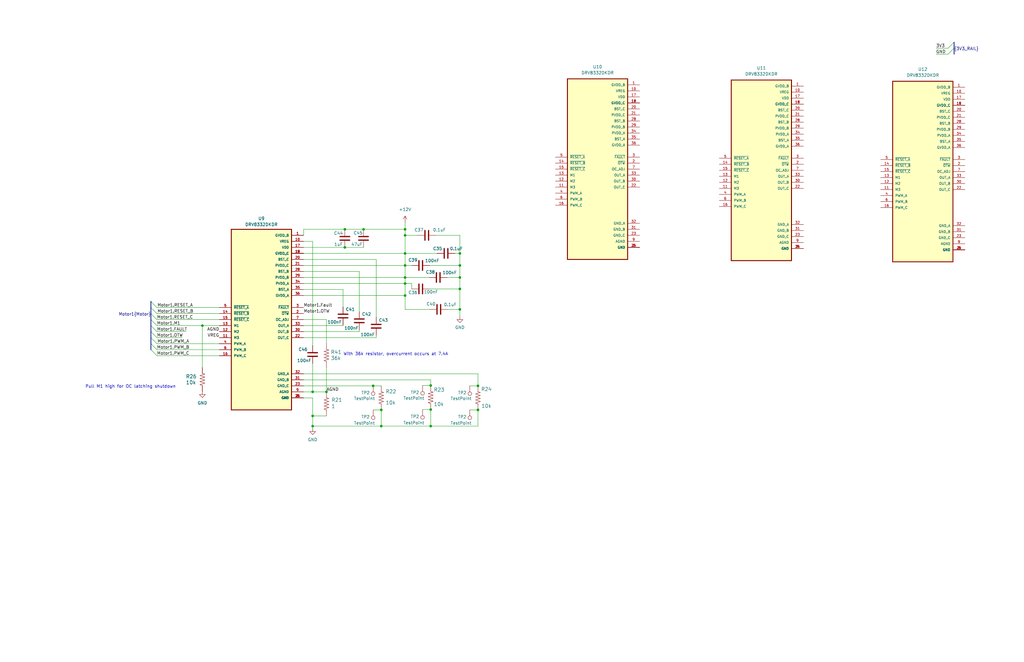
<source format=kicad_sch>
(kicad_sch (version 20230121) (generator eeschema)
  (paper "USLedger")
  (lib_symbols
    (symbol "Connector:TestPoint" (pin_numbers hide) (pin_names (offset 0.762) hide)
      (property "Reference" "TP" (at 0 6.858 0))
      (property "Value" "TestPoint" (at 0 5.08 0))
      (symbol "TestPoint_0_1"
        (circle (center 0 3.302) (radius 0.762))
      )
      (symbol "TestPoint_1_1"
        (pin passive line (at 0 0 90) (length 2.54) (name "1") (number "1"))
      )
    )
    (symbol "Device:C" (pin_numbers hide) (pin_names (offset 0.254))
      (property "Reference" "C" (at 0.635 2.54 0))
      (property "Value" "C" (at 0.635 -2.54 0))
      (symbol "C_0_1"
        (polyline (pts (xy -2.032 -0.762) (xy 2.032 -0.762)) (stroke (width 0.508)))
        (polyline (pts (xy -2.032 0.762) (xy 2.032 0.762)) (stroke (width 0.508)))
      )
      (symbol "C_1_1"
        (pin passive line (at 0 3.81 270) (length 2.794) (name "~") (number "1"))
        (pin passive line (at 0 -3.81 90) (length 2.794) (name "~") (number "2"))
      )
    )
    (symbol "adcs:DRV8332DKDR" (pin_names (offset 1.016))
      (property "Reference" "U" (at -12.7 39.1 0))
      (property "Value" "DRV8332DKDR" (at -12.7 -42.1 0))
      (symbol "DRV8332DKDR_0_0"
        (rectangle (start -12.7 -38.1) (end 12.7 38.1) (stroke (width 0.41)) (fill (type background)))
        (pin power_in line (at 17.78 35.56 180) (length 5.08) (name "GVDD_B") (number "1"))
        (pin power_in line (at 17.78 33.02 180) (length 5.08) (name "VREG") (number "10"))
        (pin input line (at -17.78 -7.62 0) (length 5.08) (name "M3") (number "11"))
        (pin input line (at -17.78 -5.08 0) (length 5.08) (name "M2") (number "12"))
        (pin input line (at -17.78 -2.54 0) (length 5.08) (name "M1") (number "13"))
        (pin input line (at -17.78 2.54 0) (length 5.08) (name "~{RESET_B}") (number "14"))
        (pin input line (at -17.78 0 0) (length 5.08) (name "~{RESET_C}") (number "15"))
        (pin input line (at -17.78 -15.24 0) (length 5.08) (name "PWM_C") (number "16"))
        (pin power_in line (at 17.78 30.48 180) (length 5.08) (name "VDD") (number "17"))
        (pin power_in line (at 17.78 27.94 180) (length 5.08) (name "GVDD_C") (number "18"))
        (pin power_in line (at 17.78 27.94 180) (length 5.08) (name "GVDD_C") (number "19"))
        (pin output line (at 17.78 2.54 180) (length 5.08) (name "~{OTW}") (number "2"))
        (pin power_in line (at 17.78 25.4 180) (length 5.08) (name "BST_C") (number "20"))
        (pin power_in line (at 17.78 22.86 180) (length 5.08) (name "PVDD_C") (number "21"))
        (pin output line (at 17.78 -7.62 180) (length 5.08) (name "OUT_C") (number "22"))
        (pin power_in line (at 17.78 -27.94 180) (length 5.08) (name "GND_C") (number "23"))
        (pin power_in line (at 17.78 -33.02 180) (length 5.08) (name "GND") (number "24"))
        (pin power_in line (at 17.78 -33.02 180) (length 5.08) (name "GND") (number "25"))
        (pin power_in line (at 17.78 20.32 180) (length 5.08) (name "BST_B") (number "28"))
        (pin power_in line (at 17.78 17.78 180) (length 5.08) (name "PVDD_B") (number "29"))
        (pin output line (at 17.78 5.08 180) (length 5.08) (name "~{FAULT}") (number "3"))
        (pin output line (at 17.78 -5.08 180) (length 5.08) (name "OUT_B") (number "30"))
        (pin power_in line (at 17.78 -25.4 180) (length 5.08) (name "GND_B") (number "31"))
        (pin power_in line (at 17.78 -22.86 180) (length 5.08) (name "GND_A") (number "32"))
        (pin output line (at 17.78 -2.54 180) (length 5.08) (name "OUT_A") (number "33"))
        (pin power_in line (at 17.78 15.24 180) (length 5.08) (name "PVDD_A") (number "34"))
        (pin power_in line (at 17.78 12.7 180) (length 5.08) (name "BST_A") (number "35"))
        (pin power_in line (at 17.78 10.16 180) (length 5.08) (name "GVDD_A") (number "36"))
        (pin input line (at -17.78 -10.16 0) (length 5.08) (name "PWM_A") (number "4"))
        (pin input line (at -17.78 5.08 0) (length 5.08) (name "~{RESET_A}") (number "5"))
        (pin input line (at -17.78 -12.7 0) (length 5.08) (name "PWM_B") (number "6"))
        (pin output line (at 17.78 0 180) (length 5.08) (name "OC_ADJ") (number "7"))
        (pin power_in line (at 17.78 -33.02 180) (length 5.08) (name "GND") (number "8"))
        (pin power_in line (at 17.78 -30.48 180) (length 5.08) (name "AGND") (number "9"))
      )
    )
    (symbol "power:+12V" (power) (pin_names (offset 0))
      (property "Value" "+12V" (at 0 3.556 0))
      (symbol "+12V_0_1"
        (polyline (pts (xy -0.762 1.27) (xy 0 2.54)))
        (polyline (pts (xy 0 0) (xy 0 2.54)))
        (polyline (pts (xy 0 2.54) (xy 0.762 1.27)))
      )
      (symbol "+12V_1_1"
        (pin power_in line (at 0 0 90) (length 0) hide (name "+12V") (number "1"))
      )
    )
    (symbol "power:GND" (power) (pin_names (offset 0))
      (property "Value" "GND" (at 0 -3.81 0))
      (symbol "GND_0_1"
        (polyline (pts (xy 0 0) (xy 0 -1.27) (xy 1.27 -1.27) (xy 0 -2.54) (xy -1.27 -1.27) (xy 0 -1.27)))
      )
      (symbol "GND_1_1"
        (pin power_in line (at 0 0 270) (length 0) hide (name "GND") (number "1"))
      )
    )
    (symbol "pycubed_mainboard:R-US_R0603" (pin_names (offset 1.016))
      (property "Reference" "R" (at -3.81 1.4986 0))
      (property "Value" "R-US_R0603" (at -3.81 -3.302 0))
      (symbol "R-US_R0603_1_0"
        (polyline (pts (xy -2.54 0) (xy -2.159 1.016)))
        (polyline (pts (xy -2.159 1.016) (xy -1.524 -1.016)))
        (polyline (pts (xy -1.524 -1.016) (xy -0.889 1.016)))
        (polyline (pts (xy -0.889 1.016) (xy -0.254 -1.016)))
        (polyline (pts (xy -0.254 -1.016) (xy 0.381 1.016)))
        (polyline (pts (xy 0.381 1.016) (xy 1.016 -1.016)))
        (polyline (pts (xy 1.016 -1.016) (xy 1.651 1.016)))
        (polyline (pts (xy 1.651 1.016) (xy 2.286 -1.016)))
        (polyline (pts (xy 2.286 -1.016) (xy 2.54 0)))
        (pin passive line (at -5.08 0 0) (length 2.54) (name "1") (number "1"))
        (pin passive line (at 5.08 0 180) (length 2.54) (name "2") (number "2"))
      )
    )
  )
  (junction (at 153.289 96.774))
  (junction (at 170.815 117.094))
  (junction (at 170.815 99.314))
  (junction (at 131.826 175.514))
  (junction (at 193.929 130.556))
  (junction (at 181.61 172.847))
  (junction (at 170.815 124.714))
  (junction (at 201.549 162.814))
  (junction (at 170.815 106.934))
  (junction (at 170.815 112.014))
  (junction (at 145.415 104.394))
  (junction (at 131.826 179.832))
  (junction (at 201.549 172.974))
  (junction (at 170.815 119.634))
  (junction (at 193.929 121.92))
  (junction (at 137.668 165.354))
  (junction (at 181.61 162.687))
  (junction (at 193.929 112.014))
  (junction (at 145.415 96.774))
  (junction (at 157.353 162.814))
  (junction (at 131.826 165.354))
  (junction (at 181.61 179.832))
  (junction (at 193.929 117.094))
  (junction (at 170.815 96.774))
  (junction (at 160.782 172.974))
  (junction (at 160.782 179.832))
  (junction (at 193.929 106.934))
  (junction (at 85.344 137.414))
  (bus_entry (at 63.627 145.034) (size 2.54 2.54))
  (bus_entry (at 63.627 139.954) (size 2.54 2.54))
  (bus_entry (at 63.627 127.254) (size 2.54 2.54))
  (bus_entry (at 63.627 147.574) (size 2.54 2.54))
  (bus_entry (at 63.627 129.794) (size 2.54 2.54))
  (bus_entry (at 63.627 137.414) (size 2.54 2.54))
  (bus_entry (at 402.336 20.32) (size -2.54 2.54))
  (bus_entry (at 63.627 142.494) (size 2.54 2.54))
  (bus_entry (at 63.627 134.874) (size 2.54 2.54))
  (bus_entry (at 402.336 17.78) (size -2.54 2.54))
  (bus_entry (at 63.627 132.334) (size 2.54 2.54))
  (wire (pts (xy 201.549 157.734) (xy 201.549 162.814)))
  (wire (pts (xy 198.12 172.974) (xy 201.549 172.974)))
  (wire (pts (xy 128.016 109.474) (xy 158.623 109.474)))
  (wire (pts (xy 394.716 20.32) (xy 399.796 20.32)))
  (wire (pts (xy 153.289 96.774) (xy 170.815 96.774)))
  (bus (pts (xy 63.627 127.127) (xy 63.627 127.254)))
  (wire (pts (xy 170.815 119.634) (xy 170.815 124.714)))
  (wire (pts (xy 145.415 96.774) (xy 153.289 96.774)))
  (wire (pts (xy 144.653 137.414) (xy 144.653 137.16)))
  (wire (pts (xy 170.942 96.774) (xy 170.815 96.774)))
  (bus (pts (xy 63.627 129.794) (xy 63.627 132.334)))
  (wire (pts (xy 131.826 179.832) (xy 131.826 180.848)))
  (wire (pts (xy 183.769 99.314) (xy 193.929 99.314)))
  (wire (pts (xy 193.929 121.92) (xy 193.929 130.556)))
  (wire (pts (xy 66.167 129.794) (xy 92.456 129.794)))
  (wire (pts (xy 193.929 130.556) (xy 193.929 133.604)))
  (wire (pts (xy 178.181 172.847) (xy 181.61 172.847)))
  (wire (pts (xy 170.815 93.726) (xy 170.815 96.774)))
  (wire (pts (xy 128.016 134.874) (xy 137.668 134.874)))
  (wire (pts (xy 191.897 106.934) (xy 193.929 106.934)))
  (wire (pts (xy 128.016 122.174) (xy 144.653 122.174)))
  (wire (pts (xy 193.929 117.094) (xy 193.929 121.92)))
  (wire (pts (xy 151.511 114.554) (xy 151.511 131.572)))
  (wire (pts (xy 128.016 142.494) (xy 158.623 142.494)))
  (wire (pts (xy 193.929 112.014) (xy 193.929 117.094)))
  (bus (pts (xy 63.627 139.954) (xy 63.627 137.414)))
  (wire (pts (xy 170.815 112.014) (xy 170.815 117.094)))
  (wire (pts (xy 188.595 117.094) (xy 193.929 117.094)))
  (wire (pts (xy 170.815 106.934) (xy 184.277 106.934)))
  (wire (pts (xy 188.849 130.556) (xy 193.929 130.556)))
  (wire (pts (xy 180.975 117.094) (xy 170.815 117.094)))
  (wire (pts (xy 170.815 106.934) (xy 170.815 112.014)))
  (wire (pts (xy 128.016 106.934) (xy 170.815 106.934)))
  (wire (pts (xy 128.016 124.714) (xy 170.815 124.714)))
  (wire (pts (xy 181.61 162.687) (xy 178.181 162.687)))
  (wire (pts (xy 128.016 165.354) (xy 131.826 165.354)))
  (wire (pts (xy 170.815 117.094) (xy 170.815 119.634)))
  (wire (pts (xy 193.929 106.934) (xy 193.929 112.014)))
  (wire (pts (xy 193.929 99.314) (xy 193.929 106.934)))
  (wire (pts (xy 85.344 137.414) (xy 85.344 155.067)))
  (wire (pts (xy 128.016 114.554) (xy 151.511 114.554)))
  (wire (pts (xy 128.016 104.394) (xy 145.415 104.394)))
  (wire (pts (xy 128.016 157.734) (xy 201.549 157.734)))
  (bus (pts (xy 63.627 127.254) (xy 63.627 129.794)))
  (wire (pts (xy 170.815 130.556) (xy 181.229 130.556)))
  (wire (pts (xy 160.782 179.832) (xy 131.826 179.832)))
  (wire (pts (xy 181.61 160.274) (xy 181.61 162.687)))
  (wire (pts (xy 131.826 167.894) (xy 131.826 175.514)))
  (bus (pts (xy 63.627 132.334) (xy 63.627 134.874)))
  (wire (pts (xy 131.826 165.354) (xy 137.668 165.354)))
  (wire (pts (xy 137.668 134.874) (xy 137.668 144.907)))
  (wire (pts (xy 128.016 162.814) (xy 157.353 162.814)))
  (wire (pts (xy 128.016 139.954) (xy 151.511 139.954)))
  (wire (pts (xy 181.61 172.847) (xy 181.61 179.832)))
  (wire (pts (xy 158.623 109.474) (xy 158.623 133.858)))
  (wire (pts (xy 66.167 134.874) (xy 92.456 134.874)))
  (wire (pts (xy 131.826 153.416) (xy 131.826 165.354)))
  (wire (pts (xy 128.016 117.094) (xy 170.815 117.094)))
  (wire (pts (xy 131.826 175.514) (xy 131.826 179.832)))
  (wire (pts (xy 170.815 99.314) (xy 170.815 106.934)))
  (wire (pts (xy 170.815 96.774) (xy 170.815 99.314)))
  (wire (pts (xy 66.167 147.574) (xy 92.456 147.574)))
  (bus (pts (xy 402.336 20.32) (xy 402.336 22.86)))
  (wire (pts (xy 85.344 137.414) (xy 92.456 137.414)))
  (wire (pts (xy 128.016 96.774) (xy 145.415 96.774)))
  (wire (pts (xy 137.668 165.354) (xy 137.668 165.608)))
  (wire (pts (xy 181.229 121.92) (xy 193.929 121.92)))
  (wire (pts (xy 181.61 179.832) (xy 160.782 179.832)))
  (wire (pts (xy 66.167 137.414) (xy 85.344 137.414)))
  (wire (pts (xy 131.826 175.514) (xy 137.668 175.514)))
  (wire (pts (xy 173.609 121.92) (xy 173.609 119.634)))
  (bus (pts (xy 63.627 137.414) (xy 63.627 134.874)))
  (wire (pts (xy 131.826 167.894) (xy 128.016 167.894)))
  (wire (pts (xy 66.167 142.494) (xy 76.708 142.494)))
  (wire (pts (xy 66.167 150.114) (xy 92.456 150.114)))
  (wire (pts (xy 201.549 162.814) (xy 198.12 162.814)))
  (wire (pts (xy 144.653 122.174) (xy 144.653 129.54)))
  (wire (pts (xy 66.167 145.034) (xy 92.456 145.034)))
  (wire (pts (xy 66.167 139.954) (xy 78.486 139.954)))
  (wire (pts (xy 181.229 112.014) (xy 193.929 112.014)))
  (wire (pts (xy 170.815 119.634) (xy 173.609 119.634)))
  (wire (pts (xy 157.353 172.974) (xy 160.782 172.974)))
  (bus (pts (xy 402.336 17.78) (xy 402.336 20.32)))
  (wire (pts (xy 131.826 101.854) (xy 128.016 101.854)))
  (wire (pts (xy 151.511 139.954) (xy 151.511 139.192)))
  (bus (pts (xy 63.627 145.034) (xy 63.627 147.574)))
  (wire (pts (xy 66.167 132.334) (xy 92.456 132.334)))
  (wire (pts (xy 170.815 99.314) (xy 176.149 99.314)))
  (wire (pts (xy 128.016 119.634) (xy 170.815 119.634)))
  (wire (pts (xy 137.668 155.067) (xy 137.668 165.354)))
  (wire (pts (xy 201.549 179.832) (xy 181.61 179.832)))
  (wire (pts (xy 160.782 162.814) (xy 157.353 162.814)))
  (bus (pts (xy 63.627 142.494) (xy 63.627 145.034)))
  (wire (pts (xy 394.716 22.86) (xy 399.796 22.86)))
  (wire (pts (xy 128.016 160.274) (xy 181.61 160.274)))
  (wire (pts (xy 170.815 124.714) (xy 170.815 130.556)))
  (wire (pts (xy 128.016 137.414) (xy 144.653 137.414)))
  (wire (pts (xy 131.826 101.854) (xy 131.826 145.796)))
  (wire (pts (xy 173.609 112.014) (xy 170.815 112.014)))
  (wire (pts (xy 201.549 172.974) (xy 201.549 179.832)))
  (bus (pts (xy 63.627 142.494) (xy 63.627 139.954)))
  (wire (pts (xy 160.782 172.974) (xy 160.782 179.832)))
  (wire (pts (xy 128.016 112.014) (xy 170.815 112.014)))
  (wire (pts (xy 145.415 104.394) (xy 153.289 104.394)))
  (wire (pts (xy 128.016 96.774) (xy 128.016 99.314)))
  (wire (pts (xy 158.623 141.478) (xy 158.623 142.494)))
  (text "With 36k resistor, overcurrent occurs at 7.4A" (at 144.78 150.241 0) (effects (font (size 1.27 1.27)) (justify left bottom)))
  (text "Pull M1 high for OC latching shutdown" (at 74.168 163.957 0) (effects (font (size 1.27 1.27)) (justify right bottom)))
  (label "Motor1.RESET_C" (at 66.167 134.874 0))
  (label "AGND" (at 92.456 139.954 180))
  (label "VREG" (at 92.456 142.494 180))
  (label "Motor1.RESET_B" (at 66.294 132.334 0))
  (label "Motor1{Motor}" (at 63.627 133.604 180))
  (label "Motor1.PWM_C" (at 66.167 150.114 0))
  (label "GND" (at 394.716 22.86 0))
  (label "3V3" (at 394.716 20.32 0))
  (label "Motor1.PWM_B" (at 66.167 147.574 0))
  (label "Motor1.OTW" (at 128.016 132.334 0))
  (label "AGND" (at 137.668 165.354 0))
  (label "Motor1.PWM_A" (at 66.294 145.034 0))
  (label "{3V3_RAIL}" (at 402.336 21.59 0))
  (label "Motor1.OTW" (at 66.167 142.494 0))
  (label "Motor1.Fault" (at 128.016 129.794 0))
  (label "Motor1.M1" (at 66.167 137.414 0))
  (label "Motor1.FAULT" (at 66.167 139.954 0))
  (label "Motor1.RESET_A" (at 66.294 129.794 0))
  (symbol (lib_id "pycubed_mainboard:R-US_R0603") (at 160.782 167.894 90) (unit 1)
    (property "Reference" "R22" (at 162.56 165.227 90) (effects (font (size 1.4986 1.4986)) (justify right)))
    (property "Value" "10k" (at 162.56 169.926 90) (effects (font (size 1.4986 1.4986)) (justify right)))
  )
  (symbol (lib_id "Device:C") (at 151.511 135.382 180) (unit 1)
    (property "Reference" "C42" (at 154.559 132.588 0))
    (property "Value" "100nF" (at 148.209 138.43 0))
  )
  (symbol (lib_id "power:GND") (at 131.826 180.848 0) (unit 1)
    (property "Reference" "#PWR027" (effects hide))
    (property "Value" "GND" (at 131.826 185.547 0))
  )
  (symbol (lib_id "adcs:DRV8332DKDR") (at 389.128 72.39 0) (unit 1)
    (property "Reference" "U12" (at 389.128 29.21 0))
    (property "Value" "DRV8332DKDR" (at 389.128 31.75 0))
    (property "Footprint" "DRV8332DKDR:SOP65P1420X360-36N" (effects hide))
    (property "MF" "Texas Instruments" (effects hide))
    (property "Description" "\n70-V max, 9.7A peak 3-phase motor driver with heatsink connection\n" (effects hide))
    (property "Package" "HSSOP-36 Texas Instruments" (effects hide))
    (property "Price" "None" (effects hide))
    (property "SnapEDA_Link" "https://www.snapeda.com/parts/DRV8332DKDR/Texas+Instruments/view-part/?ref=snap" (effects hide))
    (property "MP" "DRV8332DKDR" (effects hide))
    (property "Purchase-URL" "https://www.snapeda.com/api/url_track_click_mouser/?unipart_id=44976&manufacturer=Texas Instruments&part_name=DRV8332DKDR&search_term=None" (effects hide))
    (property "Availability" "In Stock" (effects hide))
    (property "Check_prices" "https://www.snapeda.com/parts/DRV8332DKDR/Texas+Instruments/view-part/?ref=eda" (effects hide))
  )
  (symbol (lib_id "Connector:TestPoint") (at 178.181 172.847 180) (unit 1)
    (property "Reference" "TP2" (at 176.784 175.7875 0) (effects (justify left)))
    (property "Value" "TestPoint" (at 178.943 178.435 0) (effects (justify left)))
    (property "Footprint" "TestPoint:TestPoint_Pad_D1.0mm" (effects hide))
    (instances (project "adcs-hardware" (path "" (reference "TP2") (unit 1)) (path "" (reference "TP6") (unit 1))) (project "Teensy4.1-example" (path "" (reference "TP5") (unit 1))))
  )
  (symbol (lib_id "pycubed_mainboard:R-US_R0603") (at 181.61 167.767 90) (unit 1)
    (property "Reference" "R23" (at 182.88 164.465 90) (effects (font (size 1.4986 1.4986)) (justify right)))
    (property "Value" "10k" (at 182.88 170.561 90) (effects (font (size 1.4986 1.4986)) (justify right)))
  )
  (symbol (lib_id "power:GND") (at 193.929 133.604 0) (unit 1)
    (property "Reference" "#PWR024" (effects hide))
    (property "Value" "GND" (at 193.929 138.176 0))
  )
  (symbol (lib_id "pycubed_mainboard:R-US_R0603") (at 137.668 149.987 90) (unit 1)
    (property "Reference" "R41" (at 139.446 148.59 90) (effects (font (size 1.4986 1.4986)) (justify right)))
    (property "Value" "36k" (at 139.446 151.13 90) (effects (font (size 1.4986 1.4986)) (justify right)))
  )
  (symbol (lib_id "Connector:TestPoint") (at 198.12 162.814 180) (unit 1)
    (property "Reference" "TP2" (at 196.723 165.7545 0) (effects (justify left)))
    (property "Value" "TestPoint" (at 198.882 168.148 0) (effects (justify left)))
    (property "Footprint" "TestPoint:TestPoint_Pad_D1.0mm" (effects hide))
    (instances (project "adcs-hardware" (path "" (reference "TP2") (unit 1)) (path "" (reference "TP7") (unit 1))) (project "Teensy4.1-example" (path "" (reference "TP5") (unit 1))))
  )
  (symbol (lib_id "Connector:TestPoint") (at 198.12 172.974 180) (unit 1)
    (property "Reference" "TP2" (at 196.723 175.9145 0) (effects (justify left)))
    (property "Value" "TestPoint" (at 198.882 178.562 0) (effects (justify left)))
    (property "Footprint" "TestPoint:TestPoint_Pad_D1.0mm" (effects hide))
    (instances (project "adcs-hardware" (path "" (reference "TP2") (unit 1)) (path "" (reference "TP8") (unit 1))) (project "Teensy4.1-example" (path "" (reference "TP5") (unit 1))))
  )
  (symbol (lib_id "Device:C") (at 179.959 99.314 90) (unit 1)
    (property "Reference" "C37" (at 176.657 97.028 90))
    (property "Value" "0.1uF" (at 185.293 97.028 90))
  )
  (symbol (lib_id "adcs:DRV8332DKDR") (at 110.236 134.874 0) (unit 1)
    (property "Reference" "U9" (at 110.236 92.202 0))
    (property "Value" "DRV8332DKDR" (at 110.236 94.742 0))
    (property "Footprint" "DRV8332DKDR:SOP65P1420X360-36N" (effects hide))
    (property "MF" "Texas Instruments" (effects hide))
    (property "Description" "\n70-V max, 9.7A peak 3-phase motor driver with heatsink connection\n" (effects hide))
    (property "Package" "HSSOP-36 Texas Instruments" (effects hide))
    (property "Price" "None" (effects hide))
    (property "SnapEDA_Link" "https://www.snapeda.com/parts/DRV8332DKDR/Texas+Instruments/view-part/?ref=snap" (effects hide))
    (property "MP" "DRV8332DKDR" (effects hide))
    (property "Purchase-URL" "https://www.snapeda.com/api/url_track_click_mouser/?unipart_id=44976&manufacturer=Texas Instruments&part_name=DRV8332DKDR&search_term=None" (effects hide))
    (property "Availability" "In Stock" (effects hide))
    (property "Check_prices" "https://www.snapeda.com/parts/DRV8332DKDR/Texas+Instruments/view-part/?ref=eda" (effects hide))
  )
  (symbol (lib_id "Device:C") (at 153.289 100.584 180) (unit 1)
    (property "Reference" "C45" (at 151.003 98.298 0))
    (property "Value" "47uF" (at 150.495 103.124 0))
  )
  (symbol (lib_id "Device:C") (at 131.826 149.606 180) (unit 1)
    (property "Reference" "C46" (at 127.762 147.447 0))
    (property "Value" "100nF" (at 128.27 152.146 0))
  )
  (symbol (lib_id "Connector:TestPoint") (at 157.353 172.974 180) (unit 1)
    (property "Reference" "TP2" (at 155.956 175.9145 0) (effects (justify left)))
    (property "Value" "TestPoint" (at 158.115 178.562 0) (effects (justify left)))
    (property "Footprint" "TestPoint:TestPoint_Pad_D1.0mm" (effects hide))
    (instances (project "adcs-hardware" (path "" (reference "TP2") (unit 1)) (path "" (reference "TP4") (unit 1))) (project "Teensy4.1-example" (path "" (reference "TP5") (unit 1))))
  )
  (symbol (lib_id "adcs:DRV8332DKDR") (at 251.968 71.374 0) (unit 1)
    (property "Reference" "U10" (at 251.968 28.194 0))
    (property "Value" "DRV8332DKDR" (at 251.968 30.734 0))
    (property "Footprint" "DRV8332DKDR:SOP65P1420X360-36N" (effects hide))
    (property "MF" "Texas Instruments" (effects hide))
    (property "Description" "\n70-V max, 9.7A peak 3-phase motor driver with heatsink connection\n" (effects hide))
    (property "Package" "HSSOP-36 Texas Instruments" (effects hide))
    (property "Price" "None" (effects hide))
    (property "SnapEDA_Link" "https://www.snapeda.com/parts/DRV8332DKDR/Texas+Instruments/view-part/?ref=snap" (effects hide))
    (property "MP" "DRV8332DKDR" (effects hide))
    (property "Purchase-URL" "https://www.snapeda.com/api/url_track_click_mouser/?unipart_id=44976&manufacturer=Texas Instruments&part_name=DRV8332DKDR&search_term=None" (effects hide))
    (property "Availability" "In Stock" (effects hide))
    (property "Check_prices" "https://www.snapeda.com/parts/DRV8332DKDR/Texas+Instruments/view-part/?ref=eda" (effects hide))
  )
  (symbol (lib_id "adcs:DRV8332DKDR") (at 321.056 71.882 0) (unit 1)
    (property "Reference" "U11" (at 321.056 28.702 0))
    (property "Value" "DRV8332DKDR" (at 321.056 31.242 0))
    (property "Footprint" "DRV8332DKDR:SOP65P1420X360-36N" (effects hide))
    (property "MF" "Texas Instruments" (effects hide))
    (property "Description" "\n70-V max, 9.7A peak 3-phase motor driver with heatsink connection\n" (effects hide))
    (property "Package" "HSSOP-36 Texas Instruments" (effects hide))
    (property "Price" "None" (effects hide))
    (property "SnapEDA_Link" "https://www.snapeda.com/parts/DRV8332DKDR/Texas+Instruments/view-part/?ref=snap" (effects hide))
    (property "MP" "DRV8332DKDR" (effects hide))
    (property "Purchase-URL" "https://www.snapeda.com/api/url_track_click_mouser/?unipart_id=44976&manufacturer=Texas Instruments&part_name=DRV8332DKDR&search_term=None" (effects hide))
    (property "Availability" "In Stock" (effects hide))
    (property "Check_prices" "https://www.snapeda.com/parts/DRV8332DKDR/Texas+Instruments/view-part/?ref=eda" (effects hide))
  )
  (symbol (lib_id "pycubed_mainboard:R-US_R0603") (at 201.549 167.894 90) (unit 1)
    (property "Reference" "R24" (at 202.819 164.211 90) (effects (font (size 1.4986 1.4986)) (justify right)))
    (property "Value" "10k" (at 202.946 171.323 90) (effects (font (size 1.4986 1.4986)) (justify right)))
  )
  (symbol (lib_id "Device:C") (at 184.785 117.094 90) (unit 1)
    (property "Reference" "C38" (at 181.483 114.808 90))
    (property "Value" "100nF" (at 189.611 115.062 90))
  )
  (symbol (lib_id "pycubed_mainboard:R-US_R0603") (at 85.344 160.147 90) (unit 1)
    (property "Reference" "R26" (at 78.359 158.877 90) (effects (font (size 1.4986 1.4986)) (justify right)))
    (property "Value" "10k" (at 78.359 161.417 90) (effects (font (size 1.4986 1.4986)) (justify right)))
  )
  (symbol (lib_id "Connector:TestPoint") (at 157.353 162.814 180) (unit 1)
    (property "Reference" "TP2" (at 155.956 165.7545 0) (effects (justify left)))
    (property "Value" "TestPoint" (at 158.115 168.148 0) (effects (justify left)))
    (property "Footprint" "TestPoint:TestPoint_Pad_D1.0mm" (effects hide))
    (instances (project "adcs-hardware" (path "" (reference "TP2") (unit 1)) (path "" (reference "TP3") (unit 1))) (project "Teensy4.1-example" (path "" (reference "TP5") (unit 1))))
  )
  (symbol (lib_id "pycubed_mainboard:R-US_R0603") (at 137.668 170.434 90) (unit 1)
    (property "Reference" "R21" (at 139.7 168.783 90) (effects (font (size 1.4986 1.4986)) (justify right)))
    (property "Value" "1" (at 139.7 171.45 90) (effects (font (size 1.4986 1.4986)) (justify right)))
  )
  (symbol (lib_id "Device:C") (at 144.653 133.35 180) (unit 1)
    (property "Reference" "C41" (at 147.701 130.556 0))
    (property "Value" "100nF" (at 141.097 135.89 0))
  )
  (symbol (lib_id "Device:C") (at 177.419 121.92 90) (unit 1)
    (property "Reference" "C36" (at 174.117 123.444 90))
    (property "Value" "100nF" (at 181.737 123.19 90))
  )
  (symbol (lib_id "Device:C") (at 158.623 137.668 180) (unit 1)
    (property "Reference" "C43" (at 161.671 135.128 0))
    (property "Value" "100nF" (at 155.067 141.224 0))
  )
  (symbol (lib_id "power:+12V") (at 170.815 93.726 0) (unit 1)
    (property "Reference" "#PWR026" (effects hide))
    (property "Value" "+12V" (at 170.815 88.392 0))
  )
  (symbol (lib_id "Connector:TestPoint") (at 178.181 162.687 180) (unit 1)
    (property "Reference" "TP2" (at 176.784 165.6275 0) (effects (justify left)))
    (property "Value" "TestPoint" (at 178.943 168.021 0) (effects (justify left)))
    (property "Footprint" "TestPoint:TestPoint_Pad_D1.0mm" (effects hide))
    (instances (project "adcs-hardware" (path "" (reference "TP2") (unit 1)) (path "" (reference "TP5") (unit 1))) (project "Teensy4.1-example" (path "" (reference "TP5") (unit 1))))
  )
  (symbol (lib_id "Device:C") (at 185.039 130.556 90) (unit 1)
    (property "Reference" "C40" (at 181.737 128.27 90))
    (property "Value" "0.1uF" (at 189.865 128.524 90))
  )
  (symbol (lib_id "Device:C") (at 177.419 112.014 90) (unit 1)
    (property "Reference" "C39" (at 174.117 109.728 90))
    (property "Value" "100nF" (at 182.245 109.982 90))
  )
  (symbol (lib_id "power:GND") (at 85.344 165.227 0) (unit 1)
    (property "Reference" "#PWR032" (effects hide))
    (property "Value" "GND" (at 85.344 170.053 0))
  )
  (symbol (lib_id "Device:C") (at 145.415 100.584 180) (unit 1)
    (property "Reference" "C44" (at 142.748 98.425 0))
    (property "Value" "1uF" (at 142.748 103.124 0))
  )
  (symbol (lib_id "Device:C") (at 188.087 106.934 90) (unit 1)
    (property "Reference" "C35" (at 184.531 104.902 90))
    (property "Value" "0.1uF" (at 192.405 104.902 90))
  )
)
</source>
